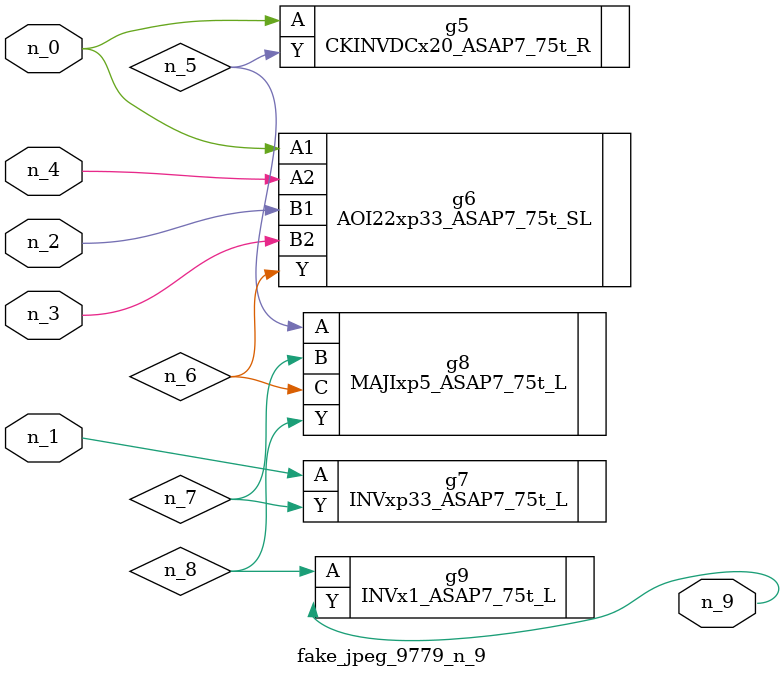
<source format=v>
module fake_jpeg_9779_n_9 (n_3, n_2, n_1, n_0, n_4, n_9);

input n_3;
input n_2;
input n_1;
input n_0;
input n_4;

output n_9;

wire n_8;
wire n_6;
wire n_5;
wire n_7;

CKINVDCx20_ASAP7_75t_R g5 ( 
.A(n_0),
.Y(n_5)
);

AOI22xp33_ASAP7_75t_SL g6 ( 
.A1(n_0),
.A2(n_4),
.B1(n_2),
.B2(n_3),
.Y(n_6)
);

INVxp33_ASAP7_75t_L g7 ( 
.A(n_1),
.Y(n_7)
);

MAJIxp5_ASAP7_75t_L g8 ( 
.A(n_5),
.B(n_7),
.C(n_6),
.Y(n_8)
);

INVx1_ASAP7_75t_L g9 ( 
.A(n_8),
.Y(n_9)
);


endmodule
</source>
